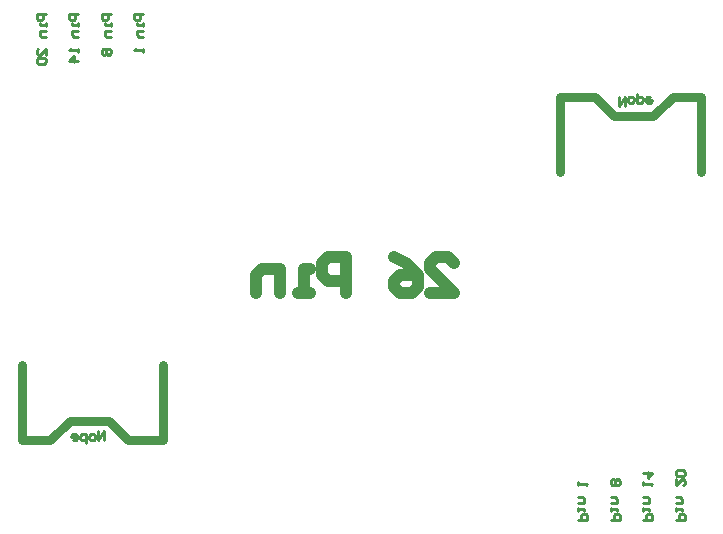
<source format=gbo>
G04*
G04 #@! TF.GenerationSoftware,Altium Limited,Altium Designer,22.5.1 (42)*
G04*
G04 Layer_Color=32896*
%FSLAX25Y25*%
%MOIN*%
G70*
G04*
G04 #@! TF.SameCoordinates,C106D3DF-9627-4863-B2E5-E2E0062BA835*
G04*
G04*
G04 #@! TF.FilePolarity,Positive*
G04*
G01*
G75*
%ADD10C,0.01000*%
%ADD11C,0.04000*%
%ADD20C,0.02953*%
D10*
X247912Y8092D02*
X250910D01*
Y9592D01*
X250411Y10091D01*
X249411D01*
X248911Y9592D01*
Y8092D01*
X247912Y11091D02*
Y12091D01*
Y11591D01*
X249911D01*
Y11091D01*
X247912Y13590D02*
X249911D01*
Y15090D01*
X249411Y15590D01*
X247912D01*
X250411Y19588D02*
X250910Y20088D01*
Y21088D01*
X250411Y21588D01*
X249911D01*
X249411Y21088D01*
X248911Y21588D01*
X248411D01*
X247912Y21088D01*
Y20088D01*
X248411Y19588D01*
X248911D01*
X249411Y20088D01*
X249911Y19588D01*
X250411D01*
X249411Y20088D02*
Y21088D01*
X269578Y8092D02*
X272577D01*
Y9592D01*
X272077Y10091D01*
X271078D01*
X270578Y9592D01*
Y8092D01*
X269578Y11091D02*
Y12091D01*
Y11591D01*
X271578D01*
Y11091D01*
X269578Y13590D02*
X271578D01*
Y15090D01*
X271078Y15590D01*
X269578D01*
Y21588D02*
Y19588D01*
X271578Y21588D01*
X272077D01*
X272577Y21088D01*
Y20088D01*
X272077Y19588D01*
Y22587D02*
X272577Y23087D01*
Y24087D01*
X272077Y24587D01*
X270078D01*
X269578Y24087D01*
Y23087D01*
X270078Y22587D01*
X272077D01*
X250578Y149092D02*
Y146093D01*
X252578Y149092D01*
Y146093D01*
X254077Y149092D02*
X255077D01*
X255577Y148593D01*
Y147593D01*
X255077Y147093D01*
X254077D01*
X253577Y147593D01*
Y148593D01*
X254077Y149092D01*
X256576Y150092D02*
Y147093D01*
X258076D01*
X258576Y147593D01*
Y148593D01*
X258076Y149092D01*
X256576D01*
X261075D02*
X260075D01*
X259575Y148593D01*
Y147593D01*
X260075Y147093D01*
X261075D01*
X261575Y147593D01*
Y148093D01*
X259575D01*
X81245Y176592D02*
X78246D01*
Y175093D01*
X78746Y174593D01*
X79745D01*
X80245Y175093D01*
Y176592D01*
X81245Y173593D02*
Y172593D01*
Y173093D01*
X79246D01*
Y173593D01*
X81245Y171094D02*
X79246D01*
Y169594D01*
X79745Y169095D01*
X81245D01*
X78746Y165096D02*
X78246Y164596D01*
Y163596D01*
X78746Y163096D01*
X79246D01*
X79745Y163596D01*
X80245Y163096D01*
X80745D01*
X81245Y163596D01*
Y164596D01*
X80745Y165096D01*
X80245D01*
X79745Y164596D01*
X79246Y165096D01*
X78746D01*
X79745Y164596D02*
Y163596D01*
X70411Y176592D02*
X67413D01*
Y175093D01*
X67912Y174593D01*
X68912D01*
X69412Y175093D01*
Y176592D01*
X70411Y173593D02*
Y172593D01*
Y173093D01*
X68412D01*
Y173593D01*
X70411Y171094D02*
X68412D01*
Y169594D01*
X68912Y169095D01*
X70411D01*
Y165096D02*
Y164096D01*
Y164596D01*
X67413D01*
X67912Y165096D01*
X70411Y161097D02*
X67413D01*
X68912Y162597D01*
Y160597D01*
X237078Y8092D02*
X240077D01*
Y9592D01*
X239577Y10091D01*
X238578D01*
X238078Y9592D01*
Y8092D01*
X237078Y11091D02*
Y12091D01*
Y11591D01*
X239078D01*
Y11091D01*
X237078Y13590D02*
X239078D01*
Y15090D01*
X238578Y15590D01*
X237078D01*
Y19589D02*
Y20588D01*
Y20088D01*
X240077D01*
X239577Y19589D01*
X79078Y34592D02*
Y37591D01*
X77079Y34592D01*
Y37591D01*
X75579Y34592D02*
X74580D01*
X74080Y35092D01*
Y36091D01*
X74580Y36591D01*
X75579D01*
X76079Y36091D01*
Y35092D01*
X75579Y34592D01*
X73080Y33592D02*
Y36591D01*
X71581D01*
X71081Y36091D01*
Y35092D01*
X71581Y34592D01*
X73080D01*
X68582D02*
X69581D01*
X70081Y35092D01*
Y36091D01*
X69581Y36591D01*
X68582D01*
X68082Y36091D01*
Y35592D01*
X70081D01*
X258745Y8092D02*
X261744D01*
Y9592D01*
X261244Y10091D01*
X260244D01*
X259745Y9592D01*
Y8092D01*
X258745Y11091D02*
Y12091D01*
Y11591D01*
X260744D01*
Y11091D01*
X258745Y13590D02*
X260744D01*
Y15090D01*
X260244Y15590D01*
X258745D01*
Y19589D02*
Y20588D01*
Y20088D01*
X261744D01*
X261244Y19589D01*
X258745Y23587D02*
X261744D01*
X260244Y22088D01*
Y24087D01*
X59578Y176592D02*
X56579D01*
Y175093D01*
X57079Y174593D01*
X58079D01*
X58578Y175093D01*
Y176592D01*
X59578Y173593D02*
Y172593D01*
Y173093D01*
X57579D01*
Y173593D01*
X59578Y171094D02*
X57579D01*
Y169594D01*
X58079Y169095D01*
X59578D01*
Y163096D02*
Y165096D01*
X57579Y163096D01*
X57079D01*
X56579Y163596D01*
Y164596D01*
X57079Y165096D01*
Y162097D02*
X56579Y161597D01*
Y160597D01*
X57079Y160098D01*
X59078D01*
X59578Y160597D01*
Y161597D01*
X59078Y162097D01*
X57079D01*
X92078Y176592D02*
X89079D01*
Y175093D01*
X89579Y174593D01*
X90579D01*
X91079Y175093D01*
Y176592D01*
X92078Y173593D02*
Y172593D01*
Y173093D01*
X90079D01*
Y173593D01*
X92078Y171094D02*
X90079D01*
Y169594D01*
X90579Y169095D01*
X92078D01*
Y165096D02*
Y164096D01*
Y164596D01*
X89079D01*
X89579Y165096D01*
D11*
X187581Y83592D02*
X195578D01*
X187581Y91590D01*
Y93589D01*
X189580Y95588D01*
X193579D01*
X195578Y93589D01*
X175585Y95588D02*
X179583Y93589D01*
X183582Y89590D01*
Y85592D01*
X181583Y83592D01*
X177584D01*
X175585Y85592D01*
Y87591D01*
X177584Y89590D01*
X183582D01*
X159590Y83592D02*
Y95588D01*
X153592D01*
X151592Y93589D01*
Y89590D01*
X153592Y87591D01*
X159590D01*
X147594Y83592D02*
X143595D01*
X145594D01*
Y91590D01*
X147594D01*
X137597Y83592D02*
Y91590D01*
X131599D01*
X129599Y89590D01*
Y83592D01*
D20*
X51578Y34592D02*
Y59592D01*
X67578Y41092D02*
X80578D01*
X98578Y34592D02*
Y59592D01*
X242578Y149092D02*
X249078Y142592D01*
X268578Y149092D02*
X278078D01*
X51578Y34592D02*
X61078D01*
X80578Y41092D02*
X87078Y34592D01*
X231078Y124092D02*
Y149092D01*
X249078Y142592D02*
X262078D01*
X278078Y124092D02*
Y149092D01*
X61078Y34592D02*
X67578Y41092D01*
X87078Y34592D02*
X98578D01*
X231078Y149092D02*
X242578D01*
X262078Y142592D02*
X268578Y149092D01*
M02*

</source>
